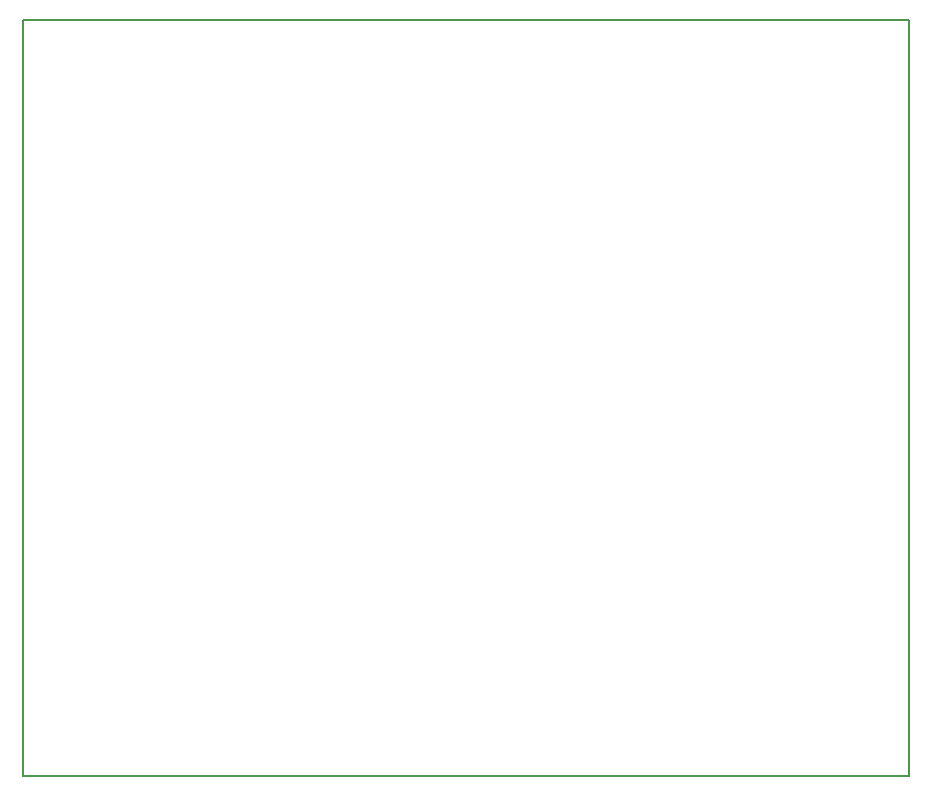
<source format=gko>
G04 Layer_Color=16711935*
%FSLAX24Y24*%
%MOIN*%
G70*
G01*
G75*
%ADD10C,0.0079*%
D10*
X28600Y20550D02*
X58128D01*
Y45747D01*
X28600D02*
X58128D01*
X28600Y20550D02*
Y45747D01*
M02*

</source>
